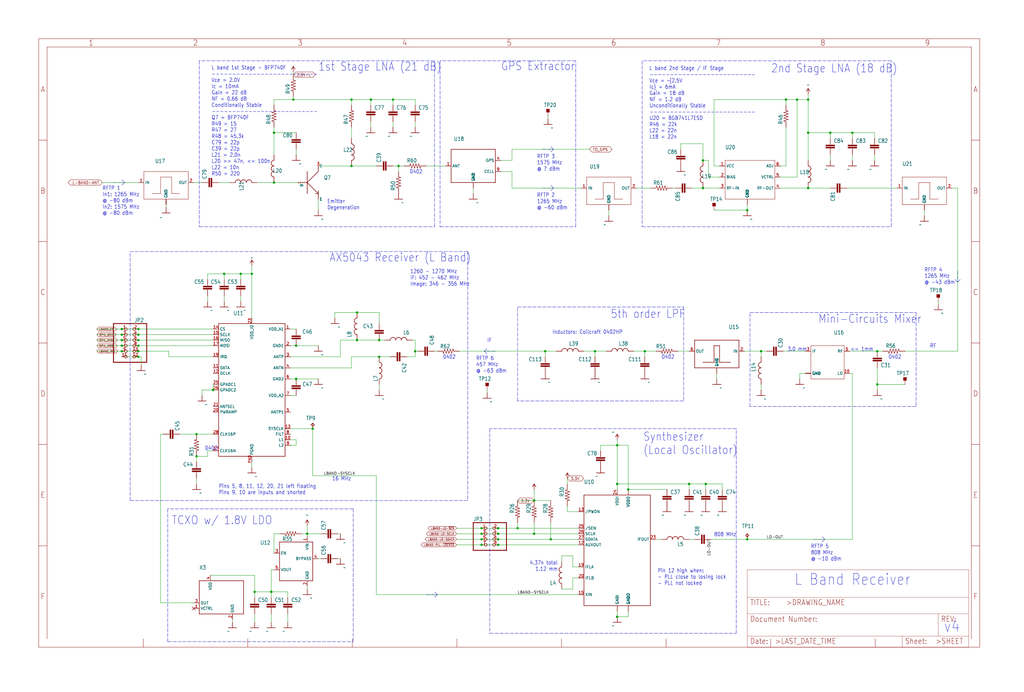
<source format=kicad_sch>
(kicad_sch (version 20211123) (generator eeschema)
  (paper "User" 469.9 317.906)
  (junction (at 115.57 125.73))
  (junction (at 173.99 163.83))
  (junction (at 55.88 156.21))
  (junction (at 163.83 143.51))
  (junction (at 252.73 247.65))
  (junction (at 190.5 161.29))
  (junction (at 102.87 125.73))
  (junction (at 295.91 161.29))
  (junction (at 63.5 156.21))
  (junction (at 161.29 76.2))
  (junction (at 97.79 179.07))
  (junction (at 391.16 60.96))
  (junction (at 135.89 173.99))
  (junction (at 63.5 151.13))
  (junction (at 402.59 176.53))
  (junction (at 125.73 60.96))
  (junction (at 220.98 247.65))
  (junction (at 322.58 73.66))
  (junction (at 245.11 229.87))
  (junction (at 237.49 242.57))
  (junction (at 365.76 45.72))
  (junction (at 402.59 161.29))
  (junction (at 143.51 196.85))
  (junction (at 55.88 151.13))
  (junction (at 161.29 45.72))
  (junction (at 323.85 222.25))
  (junction (at 283.21 283.21))
  (junction (at 63.5 163.83))
  (junction (at 228.6 242.57))
  (junction (at 220.98 242.57))
  (junction (at 349.25 161.29))
  (junction (at 288.29 224.79))
  (junction (at 63.5 153.67))
  (junction (at 116.84 271.78))
  (junction (at 370.84 86.36))
  (junction (at 125.73 83.82))
  (junction (at 135.89 158.75))
  (junction (at 55.88 161.29))
  (junction (at 55.88 158.75))
  (junction (at 283.21 222.25))
  (junction (at 90.17 199.39))
  (junction (at 228.6 247.65))
  (junction (at 370.84 45.72))
  (junction (at 55.88 153.67))
  (junction (at 342.9 247.65))
  (junction (at 220.98 250.19))
  (junction (at 63.5 158.75))
  (junction (at 316.23 222.25))
  (junction (at 381 60.96))
  (junction (at 140.97 245.11))
  (junction (at 110.49 125.73))
  (junction (at 273.05 161.29))
  (junction (at 180.34 45.72))
  (junction (at 245.11 245.11))
  (junction (at 124.46 271.78))
  (junction (at 182.88 76.2))
  (junction (at 370.84 60.96))
  (junction (at 342.9 96.52))
  (junction (at 228.6 245.11))
  (junction (at 283.21 204.47))
  (junction (at 322.58 86.36))
  (junction (at 360.68 45.72))
  (junction (at 250.19 161.29))
  (junction (at 134.62 45.72))
  (junction (at 90.17 209.55))
  (junction (at 220.98 245.11))
  (junction (at 173.99 156.21))
  (junction (at 170.18 45.72))
  (junction (at 163.83 156.21))
  (junction (at 63.5 161.29))
  (junction (at 228.6 250.19))
  (polyline (pts (xy 313.69 184.15) (xy 237.49 184.15)))
  (wire (pts (xy 186.69 163.83) (xy 190.5 163.83)))
  (wire (pts (xy 262.89 255.27) (xy 262.89 260.35)))
  (wire (pts (xy 76.2 95.25) (xy 76.2 93.98)))
  (wire (pts (xy 323.85 222.25) (xy 331.47 222.25)))
  (wire (pts (xy 273.05 163.83) (xy 273.05 161.29)))
  (wire (pts (xy 73.66 199.39) (xy 74.93 199.39)))
  (wire (pts (xy 97.79 207.01) (xy 95.25 207.01)))
  (wire (pts (xy 55.88 153.67) (xy 44.45 153.67)))
  (wire (pts (xy 185.42 76.2) (xy 182.88 76.2)))
  (wire (pts (xy 110.49 125.73) (xy 102.87 125.73)))
  (wire (pts (xy 63.5 161.29) (xy 55.88 161.29)))
  (wire (pts (xy 97.79 151.13) (xy 63.5 151.13)))
  (polyline (pts (xy 337.82 290.83) (xy 337.82 196.85)))
  (wire (pts (xy 360.68 45.72) (xy 360.68 48.26)))
  (polyline (pts (xy 224.79 196.85) (xy 224.79 290.83)))
  (polyline (pts (xy 224.79 290.83) (xy 337.82 290.83)))
  (wire (pts (xy 140.97 246.38) (xy 140.97 245.11)))
  (polyline (pts (xy 294.64 27.94) (xy 294.64 104.14)))
  (wire (pts (xy 135.89 158.75) (xy 133.35 158.75)))
  (wire (pts (xy 316.23 161.29) (xy 311.15 161.29)))
  (polyline (pts (xy 337.82 196.85) (xy 224.79 196.85)))
  (wire (pts (xy 179.07 163.83) (xy 173.99 163.83)))
  (wire (pts (xy 156.21 163.83) (xy 156.21 156.21)))
  (wire (pts (xy 134.62 45.72) (xy 161.29 45.72)))
  (wire (pts (xy 288.29 283.21) (xy 283.21 283.21)))
  (wire (pts (xy 251.46 54.61) (xy 251.46 53.34)))
  (wire (pts (xy 323.85 224.79) (xy 323.85 222.25)))
  (wire (pts (xy 252.73 240.03) (xy 252.73 247.65)))
  (wire (pts (xy 180.34 45.72) (xy 190.5 45.72)))
  (wire (pts (xy 439.42 161.29) (xy 415.29 161.29)))
  (wire (pts (xy 275.59 204.47) (xy 283.21 204.47)))
  (wire (pts (xy 63.5 153.67) (xy 55.88 153.67)))
  (polyline (pts (xy 227.33 161.29) (xy 222.25 161.29)))
  (wire (pts (xy 401.32 63.5) (xy 401.32 60.96)))
  (wire (pts (xy 389.89 171.45) (xy 391.16 171.45)))
  (wire (pts (xy 97.79 153.67) (xy 63.5 153.67)))
  (polyline (pts (xy 59.69 115.57) (xy 214.63 115.57)))
  (wire (pts (xy 255.27 161.29) (xy 250.19 161.29)))
  (wire (pts (xy 116.84 285.75) (xy 116.84 281.94)))
  (polyline (pts (xy 408.94 104.14) (xy 408.94 27.94)))
  (wire (pts (xy 134.62 44.45) (xy 134.62 45.72)))
  (wire (pts (xy 402.59 161.29) (xy 389.89 161.29)))
  (polyline (pts (xy 222.25 161.29) (xy 223.52 162.56)))
  (wire (pts (xy 182.88 76.2) (xy 180.34 76.2)))
  (wire (pts (xy 228.6 242.57) (xy 220.98 242.57)))
  (wire (pts (xy 381 63.5) (xy 381 60.96)))
  (wire (pts (xy 64.77 163.83) (xy 64.77 167.64)))
  (wire (pts (xy 402.59 179.07) (xy 402.59 176.53)))
  (wire (pts (xy 116.84 271.78) (xy 124.46 271.78)))
  (wire (pts (xy 262.89 260.35) (xy 265.43 260.35)))
  (wire (pts (xy 138.43 245.11) (xy 140.97 245.11)))
  (polyline (pts (xy 254 68.58) (xy 252.73 67.31)))
  (wire (pts (xy 273.05 161.29) (xy 267.97 161.29)))
  (polyline (pts (xy 76.962 233.68) (xy 76.962 294.64)))
  (wire (pts (xy 391.16 247.65) (xy 342.9 247.65)))
  (wire (pts (xy 63.5 156.21) (xy 55.88 156.21)))
  (wire (pts (xy 170.18 45.72) (xy 161.29 45.72)))
  (wire (pts (xy 252.73 247.65) (xy 228.6 247.65)))
  (wire (pts (xy 135.89 60.96) (xy 125.73 60.96)))
  (wire (pts (xy 349.25 161.29) (xy 341.63 161.29)))
  (wire (pts (xy 217.17 88.9) (xy 217.17 86.36)))
  (wire (pts (xy 260.35 234.95) (xy 265.43 234.95)))
  (wire (pts (xy 257.81 257.81) (xy 257.81 255.27)))
  (polyline (pts (xy 248.92 86.36) (xy 254 86.36)))
  (wire (pts (xy 63.5 163.83) (xy 64.77 163.83)))
  (wire (pts (xy 220.98 245.11) (xy 228.6 245.11)))
  (wire (pts (xy 156.21 156.21) (xy 163.83 156.21)))
  (polyline (pts (xy 222.25 161.29) (xy 223.52 160.02)))
  (wire (pts (xy 322.58 86.36) (xy 330.2 86.36)))
  (wire (pts (xy 146.05 173.99) (xy 135.89 173.99)))
  (wire (pts (xy 223.52 180.34) (xy 223.52 179.07)))
  (polyline (pts (xy 344.17 186.69) (xy 344.17 143.51)))
  (wire (pts (xy 360.68 76.2) (xy 358.14 76.2)))
  (polyline (pts (xy 162.052 294.64) (xy 162.052 233.68)))
  (polyline (pts (xy 200.66 273.05) (xy 199.39 271.78)))
  (wire (pts (xy 124.46 274.32) (xy 124.46 271.78)))
  (wire (pts (xy 173.99 143.51) (xy 163.83 143.51)))
  (wire (pts (xy 97.79 176.53) (xy 97.79 179.07)))
  (wire (pts (xy 331.47 224.79) (xy 331.47 222.25)))
  (wire (pts (xy 146.05 76.2) (xy 161.29 76.2)))
  (wire (pts (xy 365.76 45.72) (xy 360.68 45.72)))
  (wire (pts (xy 283.21 204.47) (xy 283.21 222.25)))
  (wire (pts (xy 77.47 161.29) (xy 63.5 161.29)))
  (wire (pts (xy 173.99 148.59) (xy 173.99 143.51)))
  (wire (pts (xy 190.5 156.21) (xy 189.23 156.21)))
  (wire (pts (xy 163.83 143.51) (xy 153.67 143.51)))
  (wire (pts (xy 327.66 45.72) (xy 360.68 45.72)))
  (wire (pts (xy 245.11 240.03) (xy 245.11 245.11)))
  (wire (pts (xy 90.17 222.25) (xy 90.17 219.71)))
  (wire (pts (xy 283.21 222.25) (xy 283.21 224.79)))
  (polyline (pts (xy 254 68.58) (xy 252.73 69.85)))
  (wire (pts (xy 90.17 199.39) (xy 82.55 199.39)))
  (wire (pts (xy 97.79 163.83) (xy 77.47 163.83)))
  (wire (pts (xy 288.29 280.67) (xy 288.29 283.21)))
  (wire (pts (xy 237.49 229.87) (xy 245.11 229.87)))
  (wire (pts (xy 102.87 125.73) (xy 95.25 125.73)))
  (wire (pts (xy 234.95 86.36) (xy 234.95 78.74)))
  (wire (pts (xy 124.46 285.75) (xy 124.46 281.94)))
  (wire (pts (xy 220.98 242.57) (xy 209.55 242.57)))
  (wire (pts (xy 73.66 276.86) (xy 73.66 199.39)))
  (polyline (pts (xy 91.44 27.94) (xy 91.44 104.14)))
  (wire (pts (xy 234.95 73.66) (xy 234.95 68.58)))
  (wire (pts (xy 63.5 151.13) (xy 55.88 151.13)))
  (polyline (pts (xy 201.93 27.94) (xy 201.93 104.14)))
  (wire (pts (xy 283.21 201.93) (xy 283.21 204.47)))
  (wire (pts (xy 326.39 247.65) (xy 342.9 247.65)))
  (wire (pts (xy 180.34 55.88) (xy 180.34 58.42)))
  (wire (pts (xy 106.68 285.75) (xy 106.68 284.48)))
  (wire (pts (xy 358.14 86.36) (xy 370.84 86.36)))
  (polyline (pts (xy 420.37 186.69) (xy 344.17 186.69)))
  (wire (pts (xy 316.23 222.25) (xy 283.21 222.25)))
  (wire (pts (xy 161.29 76.2) (xy 172.72 76.2)))
  (wire (pts (xy 110.49 138.43) (xy 110.49 135.89)))
  (wire (pts (xy 161.29 163.83) (xy 161.29 168.91)))
  (wire (pts (xy 173.99 156.21) (xy 163.83 156.21)))
  (wire (pts (xy 190.5 163.83) (xy 190.5 161.29)))
  (wire (pts (xy 170.18 48.26) (xy 170.18 45.72)))
  (wire (pts (xy 140.97 245.11) (xy 140.97 241.3)))
  (wire (pts (xy 135.89 201.93) (xy 135.89 204.47)))
  (wire (pts (xy 317.5 86.36) (xy 322.58 86.36)))
  (wire (pts (xy 391.16 60.96) (xy 401.32 60.96)))
  (wire (pts (xy 325.12 81.28) (xy 330.2 81.28)))
  (wire (pts (xy 97.79 158.75) (xy 63.5 158.75)))
  (wire (pts (xy 132.08 271.78) (xy 132.08 274.32)))
  (wire (pts (xy 97.79 179.07) (xy 92.71 179.07)))
  (wire (pts (xy 250.19 161.29) (xy 210.82 161.29)))
  (wire (pts (xy 135.89 204.47) (xy 133.35 204.47)))
  (wire (pts (xy 424.18 99.06) (xy 424.18 96.52)))
  (wire (pts (xy 135.89 173.99) (xy 133.35 173.99)))
  (wire (pts (xy 90.17 212.09) (xy 90.17 209.55)))
  (polyline (pts (xy 91.44 104.14) (xy 199.39 104.14)))
  (wire (pts (xy 143.51 196.85) (xy 143.51 218.44)))
  (polyline (pts (xy 264.16 27.94) (xy 201.93 27.94)))
  (wire (pts (xy 370.84 45.72) (xy 370.84 43.18)))
  (wire (pts (xy 140.97 270.51) (xy 140.97 269.24)))
  (wire (pts (xy 342.9 96.52) (xy 327.66 96.52)))
  (wire (pts (xy 266.7 86.36) (xy 234.95 86.36)))
  (wire (pts (xy 265.43 242.57) (xy 237.49 242.57)))
  (wire (pts (xy 312.42 66.04) (xy 322.58 66.04)))
  (wire (pts (xy 278.13 161.29) (xy 273.05 161.29)))
  (wire (pts (xy 200.66 161.29) (xy 199.39 161.29)))
  (wire (pts (xy 102.87 138.43) (xy 102.87 135.89)))
  (wire (pts (xy 182.88 78.74) (xy 182.88 76.2)))
  (wire (pts (xy 322.58 66.04) (xy 322.58 73.66)))
  (wire (pts (xy 102.87 128.27) (xy 102.87 125.73)))
  (wire (pts (xy 125.73 48.26) (xy 125.73 45.72)))
  (wire (pts (xy 125.73 245.11) (xy 125.73 254)))
  (wire (pts (xy 115.57 121.92) (xy 115.57 125.73)))
  (wire (pts (xy 275.59 207.01) (xy 275.59 204.47)))
  (wire (pts (xy 257.81 270.51) (xy 262.89 270.51)))
  (wire (pts (xy 360.68 58.42) (xy 360.68 76.2)))
  (wire (pts (xy 110.49 128.27) (xy 110.49 125.73)))
  (wire (pts (xy 283.21 283.21) (xy 283.21 280.67)))
  (wire (pts (xy 358.14 81.28) (xy 365.76 81.28)))
  (wire (pts (xy 369.57 171.45) (xy 367.03 171.45)))
  (wire (pts (xy 140.97 245.11) (xy 147.32 245.11)))
  (wire (pts (xy 439.42 86.36) (xy 439.42 161.29)))
  (wire (pts (xy 170.18 45.72) (xy 180.34 45.72)))
  (wire (pts (xy 134.62 33.02) (xy 134.62 34.29)))
  (wire (pts (xy 262.89 270.51) (xy 262.89 265.43)))
  (wire (pts (xy 180.34 48.26) (xy 180.34 45.72)))
  (wire (pts (xy 190.5 161.29) (xy 190.5 156.21)))
  (wire (pts (xy 88.9 83.82) (xy 92.71 83.82)))
  (wire (pts (xy 290.83 161.29) (xy 295.91 161.29)))
  (wire (pts (xy 381 86.36) (xy 370.84 86.36)))
  (polyline (pts (xy 378.46 247.65) (xy 377.19 248.92)))
  (wire (pts (xy 153.67 143.51) (xy 153.67 146.05)))
  (wire (pts (xy 95.25 207.01) (xy 95.25 209.55)))
  (wire (pts (xy 97.79 199.39) (xy 90.17 199.39)))
  (wire (pts (xy 46.99 83.82) (xy 63.5 83.82)))
  (wire (pts (xy 92.71 179.07) (xy 92.71 181.61)))
  (wire (pts (xy 170.18 55.88) (xy 170.18 58.42)))
  (wire (pts (xy 381 60.96) (xy 391.16 60.96)))
  (wire (pts (xy 370.84 60.96) (xy 370.84 73.66)))
  (wire (pts (xy 402.59 176.53) (xy 402.59 168.91)))
  (wire (pts (xy 298.45 86.36) (xy 292.1 86.36)))
  (wire (pts (xy 325.12 73.66) (xy 325.12 81.28)))
  (wire (pts (xy 322.58 73.66) (xy 325.12 73.66)))
  (wire (pts (xy 161.29 45.72) (xy 161.29 48.26)))
  (wire (pts (xy 95.25 138.43) (xy 95.25 135.89)))
  (wire (pts (xy 116.84 274.32) (xy 116.84 271.78)))
  (wire (pts (xy 133.35 201.93) (xy 135.89 201.93)))
  (wire (pts (xy 265.43 247.65) (xy 252.73 247.65)))
  (polyline (pts (xy 408.94 27.94) (xy 294.64 27.94)))
  (wire (pts (xy 436.88 86.36) (xy 439.42 86.36)))
  (wire (pts (xy 300.99 161.29) (xy 295.91 161.29)))
  (polyline (pts (xy 199.39 104.14) (xy 199.39 27.94)))
  (polyline (pts (xy 57.15 83.82) (xy 55.88 82.55)))
  (wire (pts (xy 146.05 158.75) (xy 135.89 158.75)))
  (wire (pts (xy 283.21 204.47) (xy 288.29 204.47)))
  (wire (pts (xy 265.43 250.19) (xy 228.6 250.19)))
  (wire (pts (xy 349.25 163.83) (xy 349.25 161.29)))
  (wire (pts (xy 190.5 48.26) (xy 190.5 45.72)))
  (wire (pts (xy 125.73 45.72) (xy 134.62 45.72)))
  (wire (pts (xy 110.49 125.73) (xy 115.57 125.73)))
  (polyline (pts (xy 344.17 143.51) (xy 420.37 143.51)))
  (wire (pts (xy 288.29 224.79) (xy 288.29 204.47)))
  (wire (pts (xy 260.35 232.41) (xy 260.35 234.95)))
  (polyline (pts (xy 439.42 129.54) (xy 440.69 128.27)))
  (wire (pts (xy 262.89 265.43) (xy 265.43 265.43)))
  (wire (pts (xy 367.03 171.45) (xy 367.03 173.99)))
  (polyline (pts (xy 378.46 247.65) (xy 377.19 246.38)))
  (wire (pts (xy 229.87 73.66) (xy 234.95 73.66)))
  (wire (pts (xy 190.5 55.88) (xy 190.5 58.42)))
  (wire (pts (xy 342.9 96.52) (xy 342.9 93.98)))
  (wire (pts (xy 176.53 156.21) (xy 173.99 156.21)))
  (wire (pts (xy 125.73 261.62) (xy 124.46 261.62)))
  (polyline (pts (xy 237.49 184.15) (xy 237.49 140.97)))
  (wire (pts (xy 125.73 60.96) (xy 125.73 71.12)))
  (wire (pts (xy 234.95 78.74) (xy 229.87 78.74)))
  (wire (pts (xy 250.19 163.83) (xy 250.19 161.29)))
  (wire (pts (xy 125.73 58.42) (xy 125.73 60.96)))
  (wire (pts (xy 135.89 68.58) (xy 135.89 71.12)))
  (wire (pts (xy 312.42 68.58) (xy 312.42 66.04)))
  (wire (pts (xy 370.84 45.72) (xy 370.84 60.96)))
  (wire (pts (xy 135.89 151.13) (xy 133.35 151.13)))
  (wire (pts (xy 97.79 156.21) (xy 63.5 156.21)))
  (wire (pts (xy 381 60.96) (xy 370.84 60.96)))
  (polyline (pts (xy 373.38 247.65) (xy 378.46 247.65)))
  (wire (pts (xy 128.27 245.11) (xy 125.73 245.11)))
  (wire (pts (xy 146.05 96.52) (xy 146.05 91.44)))
  (wire (pts (xy 143.51 218.44) (xy 172.72 218.44)))
  (polyline (pts (xy 439.42 129.54) (xy 438.15 128.27)))
  (wire (pts (xy 391.16 63.5) (xy 391.16 60.96)))
  (wire (pts (xy 100.33 83.82) (xy 105.41 83.82)))
  (wire (pts (xy 55.88 158.75) (xy 44.45 158.75)))
  (wire (pts (xy 95.25 209.55) (xy 90.17 209.55)))
  (wire (pts (xy 191.77 161.29) (xy 190.5 161.29)))
  (wire (pts (xy 309.88 86.36) (xy 308.61 86.36)))
  (wire (pts (xy 415.29 176.53) (xy 402.59 176.53)))
  (wire (pts (xy 237.49 242.57) (xy 228.6 242.57)))
  (polyline (pts (xy 264.16 104.14) (xy 264.16 27.94)))
  (wire (pts (xy 63.5 158.75) (xy 55.88 158.75)))
  (wire (pts (xy 237.49 240.03) (xy 237.49 242.57)))
  (wire (pts (xy 288.29 224.79) (xy 306.07 224.79)))
  (wire (pts (xy 156.21 245.11) (xy 154.94 245.11)))
  (wire (pts (xy 96.52 264.16) (xy 116.84 264.16)))
  (wire (pts (xy 63.5 163.83) (xy 55.88 163.83)))
  (wire (pts (xy 388.62 86.36) (xy 411.48 86.36)))
  (wire (pts (xy 323.85 222.25) (xy 316.23 222.25)))
  (polyline (pts (xy 439.42 124.46) (xy 439.42 129.54)))
  (wire (pts (xy 77.47 163.83) (xy 77.47 161.29)))
  (polyline (pts (xy 201.93 104.14) (xy 264.16 104.14)))
  (wire (pts (xy 133.35 196.85) (xy 143.51 196.85)))
  (wire (pts (xy 55.88 161.29) (xy 44.45 161.29)))
  (wire (pts (xy 328.93 173.99) (xy 328.93 171.45)))
  (polyline (pts (xy 57.15 83.82) (xy 55.88 85.09)))
  (wire (pts (xy 370.84 45.72) (xy 365.76 45.72)))
  (wire (pts (xy 381 73.66) (xy 381 71.12)))
  (polyline (pts (xy 200.66 273.05) (xy 199.39 274.32)))
  (polyline (pts (xy 420.37 143.51) (xy 420.37 186.69)))
  (wire (pts (xy 124.46 261.62) (xy 124.46 271.78)))
  (wire (pts (xy 349.25 179.07) (xy 349.25 176.53)))
  (wire (pts (xy 430.53 139.7) (xy 430.53 138.43)))
  (wire (pts (xy 295.91 163.83) (xy 295.91 161.29)))
  (wire (pts (xy 124.46 271.78) (xy 132.08 271.78)))
  (wire (pts (xy 279.4 99.06) (xy 279.4 96.52)))
  (polyline (pts (xy 195.58 273.05) (xy 200.66 273.05)))
  (wire (pts (xy 135.89 181.61) (xy 133.35 181.61)))
  (wire (pts (xy 245.11 245.11) (xy 228.6 245.11)))
  (wire (pts (xy 327.66 76.2) (xy 327.66 45.72)))
  (polyline (pts (xy 59.69 229.87) (xy 59.69 115.57)))
  (wire (pts (xy 257.81 255.27) (xy 262.89 255.27)))
  (wire (pts (xy 173.99 179.07) (xy 173.99 176.53)))
  (wire (pts (xy 156.21 256.54) (xy 154.94 256.54)))
  (wire (pts (xy 234.95 68.58) (xy 270.51 68.58)))
  (wire (pts (xy 115.57 214.63) (xy 115.57 212.09)))
  (wire (pts (xy 161.29 168.91) (xy 133.35 168.91)))
  (polyline (pts (xy 294.64 104.14) (xy 408.94 104.14)))
  (wire (pts (xy 55.88 151.13) (xy 44.45 151.13)))
  (polyline (pts (xy 214.63 115.57) (xy 214.63 229.87)))
  (wire (pts (xy 316.23 247.65) (xy 318.77 247.65)))
  (wire (pts (xy 330.2 76.2) (xy 327.66 76.2)))
  (wire (pts (xy 220.98 247.65) (xy 209.55 247.65)))
  (wire (pts (xy 172.72 273.05) (xy 265.43 273.05)))
  (wire (pts (xy 245.11 229.87) (xy 245.11 224.79)))
  (polyline (pts (xy 52.07 83.82) (xy 57.15 83.82)))
  (wire (pts (xy 351.79 161.29) (xy 349.25 161.29)))
  (wire (pts (xy 195.58 76.2) (xy 204.47 76.2)))
  (polyline (pts (xy 199.39 27.94) (xy 91.44 27.94)))
  (wire (pts (xy 369.57 161.29) (xy 359.41 161.29)))
  (polyline (pts (xy 248.92 68.58) (xy 254 68.58)))
  (wire (pts (xy 252.73 229.87) (xy 245.11 229.87)))
  (wire (pts (xy 172.72 218.44) (xy 172.72 273.05)))
  (wire (pts (xy 391.16 171.45) (xy 391.16 247.65)))
  (wire (pts (xy 118.11 83.82) (xy 125.73 83.82)))
  (wire (pts (xy 300.99 247.65) (xy 303.53 247.65)))
  (wire (pts (xy 146.05 256.54) (xy 147.32 256.54)))
  (wire (pts (xy 260.35 219.71) (xy 260.35 222.25)))
  (wire (pts (xy 173.99 163.83) (xy 161.29 163.83)))
  (wire (pts (xy 133.35 163.83) (xy 156.21 163.83)))
  (wire (pts (xy 209.55 245.11) (xy 220.98 245.11)))
  (wire (pts (xy 88.9 276.86) (xy 73.66 276.86)))
  (polyline (pts (xy 162.052 233.68) (xy 76.962 233.68)))
  (wire (pts (xy 316.23 224.79) (xy 316.23 222.25)))
  (polyline (pts (xy 76.962 294.64) (xy 162.052 294.64)))
  (wire (pts (xy 220.98 247.65) (xy 228.6 247.65)))
  (wire (pts (xy 220.98 250.19) (xy 209.55 250.19)))
  (wire (pts (xy 365.76 81.28) (xy 365.76 45.72)))
  (wire (pts (xy 132.08 285.75) (xy 132.08 281.94)))
  (polyline (pts (xy 254 86.36) (xy 252.73 85.09)))
  (polyline (pts (xy 254 86.36) (xy 252.73 87.63)))
  (wire (pts (xy 161.29 58.42) (xy 161.29 63.5)))
  (wire (pts (xy 401.32 73.66) (xy 401.32 71.12)))
  (wire (pts (xy 220.98 250.19) (xy 228.6 250.19)))
  (wire (pts (xy 116.84 264.16) (xy 116.84 271.78)))
  (polyline (pts (xy 313.69 140.97) (xy 313.69 184.15)))
  (wire (pts (xy 265.43 245.11) (xy 245.11 245.11)))
  (polyline (pts (xy 237.49 140.97) (xy 313.69 140.97)))
  (wire (pts (xy 405.13 161.29) (xy 402.59 161.29)))
  (wire (pts (xy 95.25 125.73) (xy 95.25 128.27)))
  (wire (pts (xy 391.16 73.66) (xy 391.16 71.12)))
  (polyline (pts (xy 214.63 229.87) (xy 59.69 229.87)))
  (wire (pts (xy 125.73 83.82) (xy 138.43 83.82)))
  (wire (pts (xy 115.57 125.73) (xy 115.57 146.05)))
  (wire (pts (xy 55.88 156.21) (xy 44.45 156.21)))
  (text "1st Stage LNA (21 dB)" (at 146.05 33.02 180) (effects (font (size 3.81 3.2385)) (justify left bottom)))
  (text "0402" (at 187.96 80.01 180) (effects (font (size 1.778 1.5113)) (justify left bottom)))
  (text "5th order LPF" (at 280.162 146.558 180) (effects (font (size 3.81 3.2385)) (justify left bottom)))
  (text "L band 1st Stage - BFP740F\n--------------------------\nVce = 2.0V\nIc = 10mA\nGain = 22 dB\nNF = 0.66 dB\nConditionally Stable\n--------------------------\nQ7 = BFP740F\nR49 = 15\nR47 = 27\nR48 = 45.3k\nC79 = 22p\nC39 = 22p\nL21 = 2.0n\nL20 >= 47n, <= 100n\nL22 = 10n\nR50 = 220" (at 97.028 30.226 180) (effects (font (size 1.778 1.5113)) (justify left top)))
  (text "RFTP 3\n1575 MHz\n@ ? dBm" (at 246.38 78.74 180) (effects (font (size 1.778 1.5113)) (justify left bottom)))
  (text "RFTP 2\n1265 MHz\n@ -60 dBm" (at 246.38 96.52 180) (effects (font (size 1.778 1.5113)) (justify left bottom)))
  (text "GPS Extractor" (at 229.87 32.766 180) (effects (font (size 3.81 3.2385)) (justify left bottom)))
  (text "0402" (at 303.53 165.1 180) (effects (font (size 1.778 1.5113)) (justify left bottom)))
  (text "RF" (at 426.72 160.02 180) (effects (font (size 1.778 1.5113)) (justify left bottom)))
  (text "0402" (at 93.98 207.01 180) (effects (font (size 1.778 1.5113)) (justify left bottom)))
  (text "0402" (at 203.2 165.1 180) (effects (font (size 1.778 1.5113)) (justify left bottom)))
  (text "1260 - 1270 MHz\nIF: 452 - 462 MHz\nImage: 346 - 356 MHz" (at 188.214 131.572 180) (effects (font (size 1.778 1.5113)) (justify left bottom)))
  (text "4.37n total\n1.12 mm" (at 256.032 257.556 180) (effects (font (size 1.778 1.5113)) (justify right top)))
  (text "RFTP 5\n808 MHz\n@ -10 dBm" (at 372.11 257.81 180) (effects (font (size 1.778 1.5113)) (justify left bottom)))
  (text "Inductors: Coilcraft 0402HP" (at 285.75 153.67 180) (effects (font (size 1.778 1.5113)) (justify right bottom)))
  (text "0402" (at 407.67 165.1 180) (effects (font (size 1.778 1.5113)) (justify left bottom)))
  (text "L band 2nd Stage / IF Stage\n--------------------------\nVce = ~{2.5V\nIc} = 6mA\nGain = 18 dB\nNF = 1.2 dB\nUnconditionally Stable\n--------------------------\nU20 = BGB741L7ESD\nR46 = 22k\nL22 = 22n\nL18 = 22n" (at 297.942 30.48 180) (effects (font (size 1.778 1.5113)) (justify left top)))
  (text "Pin 12 high when:\n- PLL close to losing lock\n- PLL not locked" (at 301.752 268.986 180) (effects (font (size 1.778 1.5113)) (justify left bottom)))
  (text "RFTP 6\n457 MHz\n@ -63 dBm" (at 218.44 171.45 180) (effects (font (size 1.778 1.5113)) (justify left bottom)))
  (text "3.0 mm" (at 370.332 161.544 180) (effects (font (size 1.778 1.5113)) (justify right bottom)))
  (text "16 MHz" (at 152.4 220.98 180) (effects (font (size 1.778 1.5113)) (justify left bottom)))
  (text "808 MHz" (at 327.66 246.634 180) (effects (font (size 1.778 1.5113)) (justify left bottom)))
  (text "L Band Receiver" (at 364.49 269.24 180) (effects (font (size 5.08 4.318)) (justify left bottom)))
  (text "RFTP 4\n1265 MHz\n@ -43 dBm" (at 424.18 130.81 180) (effects (font (size 1.778 1.5113)) (justify left bottom)))
  (text "Emitter\nDegeneration" (at 150.114 96.52 180) (effects (font (size 1.778 1.5113)) (justify left bottom)))
  (text "Pins 5, 8, 11, 12, 20, 21 left floating\nPins 9, 10 are inputs and shorted" (at 100.33 227.33 180) (effects (font (size 1.778 1.5113)) (justify left bottom)))
  (text "Mini-Circuits Mixer" (at 375.412 148.844 180) (effects (font (size 3.81 3.2385)) (justify left bottom)))
  (text "Synthesizer\n(Local Oscillator)" (at 295.148 209.042 180) (effects (font (size 3.81 3.2385)) (justify left bottom)))
  (text "TCXO w/ 1.8V LDO" (at 78.74 241.3 180) (effects (font (size 3.81 3.2385)) (justify left bottom)))
  (text "IF" (at 223.52 157.48 180) (effects (font (size 1.778 1.5113)) (justify left bottom)))
  (text "v4" (at 433.07 290.83 180) (effects (font (size 5.08 4.318)) (justify left bottom)))
  (text "2nd Stage LNA (18 dB)" (at 353.822 33.782 180) (effects (font (size 3.81 3.2385)) (justify left bottom)))
  (text "AX5043 Receiver (L Band)" (at 151.13 120.65 180) (effects (font (size 3.81 3.2385)) (justify left bottom)))
  (text "<= 1mm" (at 400.812 161.544 180) (effects (font (size 1.778 1.5113)) (justify right bottom)))
  (text "RFTP 1\nIn1: 1265 MHz\n@ -80 dBm\nIn2: 1575 MHz\n@ -80 dBm" (at 46.99 99.06 180) (effects (font (size 1.778 1.5113)) (justify left bottom)))
  (label "LBAND-SYSCLK" (at 148.59 218.44 0) (effects (font (size 1.2446 1.2446))))
  (label "LBAND-SYSCLK" (at 237.49 273.05 0) (effects (font (size 1.2446 1.2446))))
  (label "LO-OUT" (at 351.79 247.65 0) (effects (font (size 1.2446 1.2446))))
  (label "LO-OUT" (at 326.39 247.65 270) (effects (font (size 1.2446 1.2446))))
  (global_label "SPI1_MOSI" (shape bidirectional) (at 44.45 158.75 0) (effects (font (size 0.889 0.889))) (property "Intersheet References" "${INTERSHEET_REFS}" (effects hide)))
  (global_label "3.3V" (shape bidirectional) (at 237.49 229.87 0) (effects (font (size 1.2446 1.2446))) (property "Intersheet References" "${INTERSHEET_REFS}" (effects hide)))
  (global_label "LBAND-LO-SDATA" (shape bidirectional) (at 209.55 247.65 180) (effects (font (size 0.889 0.889))) (property "Intersheet References" "${INTERSHEET_REFS}" (effects hide)))
  (global_label "LBAND_IRQ" (shape bidirectional) (at 44.45 161.29 0) (effects (font (size 0.889 0.889))) (property "Intersheet References" "${INTERSHEET_REFS}" (effects hide)))
  (global_label "TO_GPS" (shape bidirectional) (at 270.51 68.58 0) (effects (font (size 1.2446 1.2446))) (property "Intersheet References" "${INTERSHEET_REFS}" (effects hide)))
  (global_label "3.3V" (shape bidirectional) (at 260.35 219.71 0) (effects (font (size 1.2446 1.2446))) (property "Intersheet References" "${INTERSHEET_REFS}" (effects hide)))
  (global_label "LBAND-PLL-~{LOCKED}" (shape bidirectional) (at 209.55 250.19 180) (effects (font (size 0.889 0.889))) (property "Intersheet References" "${INTERSHEET_REFS}" (effects hide)))
  (global_label "SPI1_SCK" (shape bidirectional) (at 44.45 153.67 0) (effects (font (size 0.889 0.889))) (property "Intersheet References" "${INTERSHEET_REFS}" (effects hide)))
  (global_label "L-BAND-ANT" (shape bidirectional) (at 46.99 83.82 180) (effects (font (size 1.2446 1.2446))) (property "Intersheet References" "${INTERSHEET_REFS}" (effects hide)))
  (global_label "LBAND-LO-SCLK" (shape bidirectional) (at 209.55 245.11 180) (effects (font (size 0.889 0.889))) (property "Intersheet References" "${INTERSHEET_REFS}" (effects hide)))
  (global_label "LBAND-LO-~{SEN}" (shape bidirectional) (at 209.55 242.57 180) (effects (font (size 0.889 0.889))) (property "Intersheet References" "${INTERSHEET_REFS}" (effects hide)))
  (global_label "2.5V-L" (shape bidirectional) (at 134.62 34.29 0) (effects (font (size 1.2446 1.2446))) (property "Intersheet References" "${INTERSHEET_REFS}" (effects hide)))
  (global_label "LBAND_CS" (shape bidirectional) (at 44.45 151.13 0) (effects (font (size 0.889 0.889))) (property "Intersheet References" "${INTERSHEET_REFS}" (effects hide)))
  (global_label "SPI1_MISO" (shape bidirectional) (at 44.45 156.21 0) (effects (font (size 0.889 0.889))) (property "Intersheet References" "${INTERSHEET_REFS}" (effects hide)))
  (symbol (lib_id "oresat-c3-eagle-import:GND") (at 106.68 288.29 0) (unit 1)
    (property "Reference" "#GND71" (effects hide))
  )
  (symbol (lib_id "oresat-c3-eagle-import:GND-L") (at 146.05 161.29 0) (mirror y) (unit 1)
    (property "Reference" "#GND84" (effects hide))
  )
  (symbol (lib_id "oresat-c3-eagle-import:GND-L") (at 146.05 99.06 0) (mirror y) (unit 1)
    (property "Reference" "#GND75" (effects hide))
  )
  (symbol (lib_id "oresat-c3-eagle-import:GND-L") (at 328.93 176.53 0) (mirror y) (unit 1)
    (property "Reference" "#GND33" (effects hide))
  )
  (symbol (lib_id "oresat-c3-eagle-import:GND-L") (at 367.03 176.53 0) (mirror y) (unit 1)
    (property "Reference" "#GND45" (effects hide))
  )
  (symbol (lib_id "oresat-c3-eagle-import:GND-L") (at 273.05 173.99 0) (mirror y) (unit 1)
    (property "Reference" "#GND55" (effects hide))
  )
  (symbol (lib_id "oresat-c3-eagle-import:GND-L") (at 170.18 60.96 0) (unit 1)
    (property "Reference" "#GND80" (effects hide))
  )
  (symbol (lib_id "oresat-c3-eagle-import:R-US_0603-C-NOSILK") (at 134.62 39.37 90) (unit 1)
    (property "Reference" "R49" (at 133.1214 43.18 0) (effects (font (size 1.778 1.5113)) (justify left bottom)))
  )
  (symbol (lib_id "oresat-c3-eagle-import:2.5V-L") (at 370.84 40.64 0) (unit 1)
    (property "Reference" "#3V-7" (effects hide))
  )
  (symbol (lib_id "oresat-c3-eagle-import:TEST-POINT_SMD-SMD-10SN") (at 327.66 93.98 0) (unit 1)
    (property "Reference" "TP14" (at 325.755 92.3925 0) (effects (font (size 1.778 1.5113)) (justify left bottom)))
  )
  (symbol (lib_id "oresat-c3-eagle-import:C-EU0402-C-NOSILK") (at 184.15 163.83 270) (unit 1)
    (property "Reference" "C42" (at 184.531 166.624 0) (effects (font (size 1.778 1.5113)) (justify left bottom)))
  )
  (symbol (lib_id "oresat-c3-eagle-import:R-US_0402-C-NOSILK") (at 205.74 161.29 0) (mirror y) (unit 1)
    (property "Reference" "R62" (at 201.93 160.02 0) (effects (font (size 1.778 1.5113)) (justify right bottom)))
  )
  (symbol (lib_id "oresat-c3-eagle-import:GND-L") (at 430.53 142.24 0) (mirror y) (unit 1)
    (property "Reference" "#GND156" (effects hide))
  )
  (symbol (lib_id "oresat-c3-eagle-import:GND-L") (at 217.17 91.44 0) (mirror y) (unit 1)
    (property "Reference" "#GND62" (effects hide))
  )
  (symbol (lib_id "oresat-c3-eagle-import:C-EU0603-C-NOSILK") (at 95.25 130.81 0) (mirror y) (unit 1)
    (property "Reference" "C55" (at 93.726 130.429 0) (effects (font (size 1.778 1.5113)) (justify left bottom)))
  )
  (symbol (lib_id "oresat-c3-eagle-import:C-EU0603-C-NOSILK") (at 391.16 66.04 0) (unit 1)
    (property "Reference" "C83" (at 392.684 65.659 0) (effects (font (size 1.778 1.5113)) (justify left bottom)))
  )
  (symbol (lib_id "oresat-c3-eagle-import:C-EU0603-C-NOSILK") (at 316.23 227.33 0) (unit 1)
    (property "Reference" "C41" (at 317.754 226.949 0) (effects (font (size 1.778 1.5113)) (justify left bottom)))
  )
  (symbol (lib_id "oresat-c3-eagle-import:R-US_0402-C-NOSILK") (at 410.21 161.29 0) (mirror y) (unit 1)
    (property "Reference" "R56" (at 406.4 159.7914 0) (effects (font (size 1.778 1.5113)) (justify right bottom)))
  )
  (symbol (lib_id "oresat-c3-eagle-import:C-EU0402-C-NOSILK") (at 250.19 166.37 0) (mirror y) (unit 1)
    (property "Reference" "C113" (at 248.666 165.989 0) (effects (font (size 1.778 1.5113)) (justify left bottom)))
  )
  (symbol (lib_id "oresat-c3-eagle-import:C-EU0402-C-NOSILK") (at 321.31 247.65 90) (unit 1)
    (property "Reference" "C38" (at 320.929 246.126 0) (effects (font (size 1.778 1.5113)) (justify left bottom)))
  )
  (symbol (lib_id "oresat-c3-eagle-import:C-EU0402-C-NOSILK") (at 273.05 166.37 0) (mirror y) (unit 1)
    (property "Reference" "C112" (at 271.526 165.989 0) (effects (font (size 1.778 1.5113)) (justify left bottom)))
  )
  (symbol (lib_id "oresat-c3-eagle-import:SI4112") (at 283.21 252.73 0) (unit 1)
    (property "Reference" "U10" (at 267.97 222.25 0) (effects (font (size 1.778 1.5113)) (justify left bottom)))
  )
  (symbol (lib_id "oresat-c3-eagle-import:C-EU0603-C-NOSILK") (at 275.59 209.55 0) (mirror y) (unit 1)
    (property "Reference" "C78" (at 274.066 209.169 0) (effects (font (size 1.778 1.5113)) (justify left bottom)))
  )
  (symbol (lib_id "oresat-c3-eagle-import:L-US0603-C-NOSILK") (at 322.58 78.74 90) (unit 1)
    (property "Reference" "L19" (at 326.39 80.01 90) (effects (font (size 1.778 1.5113)) (justify left bottom)))
  )
  (symbol (lib_id "oresat-c3-eagle-import:GND-L") (at 331.47 234.95 0) (unit 1)
    (property "Reference" "#GND123" (effects hide))
  )
  (symbol (lib_id "oresat-c3-eagle-import:GND") (at 64.77 170.18 0) (mirror y) (unit 1)
    (property "Reference" "#GND102" (effects hide))
  )
  (symbol (lib_id "oresat-c3-eagle-import:R-US_0402-C-NOSILK") (at 190.5 76.2 0) (unit 1)
    (property "Reference" "R60" (at 186.69 74.7014 0) (effects (font (size 1.778 1.5113)) (justify left bottom)))
  )
  (symbol (lib_id "oresat-c3-eagle-import:GND-L") (at 323.85 234.95 0) (unit 1)
    (property "Reference" "#GND121" (effects hide))
  )
  (symbol (lib_id "oresat-c3-eagle-import:PINHD-2X4") (at 223.52 247.65 0) (unit 1)
    (property "Reference" "JP3" (at 217.17 239.395 0) (effects (font (size 1.778 1.5113)) (justify left bottom)))
  )
  (symbol (lib_id "oresat-c3-eagle-import:GND-L") (at 316.23 234.95 0) (unit 1)
    (property "Reference" "#GND122" (effects hide))
  )
  (symbol (lib_id "oresat-c3-eagle-import:GND-L") (at 391.16 76.2 0) (unit 1)
    (property "Reference" "#GND116" (effects hide))
  )
  (symbol (lib_id "oresat-c3-eagle-import:R-US_0603-C-NOSILK") (at 360.68 53.34 90) (unit 1)
    (property "Reference" "R46" (at 359.1814 57.15 0) (effects (font (size 1.778 1.5113)) (justify left bottom)))
  )
  (symbol (lib_id "oresat-c3-eagle-import:R-US_0603-C-NOSILK") (at 133.35 245.11 0) (mirror x) (unit 1)
    (property "Reference" "R35" (at 129.54 246.6086 0) (effects (font (size 1.778 1.5113)) (justify left bottom)))
  )
  (symbol (lib_id "oresat-c3-eagle-import:R-US_0603-C-NOSILK") (at 182.88 83.82 90) (unit 1)
    (property "Reference" "R50" (at 181.3814 87.63 0) (effects (font (size 1.778 1.5113)) (justify left bottom)))
  )
  (symbol (lib_id "oresat-c3-eagle-import:C-EU0603-C-NOSILK") (at 135.89 63.5 0) (mirror y) (unit 1)
    (property "Reference" "C80" (at 134.366 63.119 0) (effects (font (size 1.778 1.5113)) (justify left bottom)))
  )
  (symbol (lib_id "oresat-c3-eagle-import:PINHD-2X6") (at 58.42 156.21 0) (unit 1)
    (property "Reference" "JP2" (at 66.04 146.05 0) (effects (font (size 1.778 1.5113)) (justify right top)))
  )
  (symbol (lib_id "oresat-c3-eagle-import:L-US0402-C-NOSILK") (at 181.61 156.21 0) (mirror y) (unit 1)
    (property "Reference" "L6" (at 187.96 153.67 0) (effects (font (size 1.778 1.5113)) (justify left bottom)))
  )
  (symbol (lib_id "oresat-c3-eagle-import:GND-L") (at 295.91 173.99 0) (mirror y) (unit 1)
    (property "Reference" "#GND54" (effects hide))
  )
  (symbol (lib_id "oresat-c3-eagle-import:GND-L") (at 135.89 73.66 0) (mirror y) (unit 1)
    (property "Reference" "#GND109" (effects hide))
  )
  (symbol (lib_id "oresat-c3-eagle-import:C-EU0603-C-NOSILK") (at 170.18 50.8 0) (unit 1)
    (property "Reference" "C77" (at 171.704 50.419 0) (effects (font (size 1.778 1.5113)) (justify left bottom)))
  )
  (symbol (lib_id "oresat-c3-eagle-import:3.3V") (at 115.57 119.38 0) (mirror y) (unit 1)
    (property "Reference" "#P+2" (effects hide))
  )
  (symbol (lib_id "oresat-c3-eagle-import:GND") (at 92.71 184.15 0) (mirror y) (unit 1)
    (property "Reference" "#GND82" (effects hide))
  )
  (symbol (lib_id "oresat-c3-eagle-import:C-EU0603-C-NOSILK") (at 190.5 50.8 0) (unit 1)
    (property "Reference" "C75" (at 192.024 50.419 0) (effects (font (size 1.778 1.5113)) (justify left bottom)))
  )
  (symbol (lib_id "oresat-c3-eagle-import:C-EU0603-C-NOSILK") (at 401.32 66.04 0) (unit 1)
    (property "Reference" "C82" (at 402.844 65.659 0) (effects (font (size 1.778 1.5113)) (justify left bottom)))
  )
  (symbol (lib_id "oresat-c3-eagle-import:GND") (at 124.46 288.29 0) (unit 1)
    (property "Reference" "#GND76" (effects hide))
  )
  (symbol (lib_id "oresat-c3-eagle-import:GND-L") (at 173.99 181.61 0) (mirror y) (unit 1)
    (property "Reference" "#GND68" (effects hide))
  )
  (symbol (lib_id "oresat-c3-eagle-import:GND-L") (at 182.88 91.44 0) (mirror y) (unit 1)
    (property "Reference" "#GND110" (effects hide))
  )
  (symbol (lib_id "oresat-c3-eagle-import:TEST-PAD-SMD-CIRCLE") (at 342.9 245.11 0) (unit 1)
    (property "Reference" "TP11" (at 340.36 242.57 0) (effects (font (size 1.778 1.5113)) (justify left bottom)))
  )
  (symbol (lib_id "oresat-c3-eagle-import:C-EU0402-C-NOSILK") (at 80.01 199.39 270) (mirror x) (unit 1)
    (property "Reference" "C45" (at 80.391 197.866 0) (effects (font (size 1.778 1.5113)) (justify left bottom)))
  )
  (symbol (lib_id "oresat-c3-eagle-import:C-EU0402-C-NOSILK") (at 173.99 151.13 0) (mirror y) (unit 1)
    (property "Reference" "C43" (at 171.196 150.749 0) (effects (font (size 1.778 1.5113)) (justify left bottom)))
  )
  (symbol (lib_id "oresat-c3-eagle-import:GND") (at 116.84 288.29 0) (unit 1)
    (property "Reference" "#GND72" (effects hide))
  )
  (symbol (lib_id "oresat-c3-eagle-import:C-EU0603-C-NOSILK") (at 149.86 256.54 90) (unit 1)
    (property "Reference" "C56" (at 149.479 255.016 0) (effects (font (size 1.778 1.5113)) (justify left bottom)))
  )
  (symbol (lib_id "oresat-c3-eagle-import:L-US0603-C-NOSILK") (at 163.83 148.59 90) (unit 1)
    (property "Reference" "L8" (at 161.29 154.94 0) (effects (font (size 1.778 1.5113)) (justify left bottom)))
  )
  (symbol (lib_id "oresat-c3-eagle-import:L-US0402-C-NOSILK") (at 257.81 262.89 90) (unit 1)
    (property "Reference" "L4" (at 255.27 266.7 90) (effects (font (size 1.778 1.5113)) (justify left bottom)))
  )
  (symbol (lib_id "oresat-c3-eagle-import:L-US0402-C-NOSILK") (at 349.25 171.45 90) (mirror x) (unit 1)
    (property "Reference" "L14" (at 346.71 166.37 0) (effects (font (size 1.778 1.5113)) (justify left bottom)))
  )
  (symbol (lib_id "oresat-c3-eagle-import:TEST-POINT_SMD-SMD-10SN") (at 430.53 135.89 0) (mirror y) (unit 1)
    (property "Reference" "TP18" (at 432.435 134.3025 0) (effects (font (size 1.778 1.5113)) (justify left bottom)))
  )
  (symbol (lib_id "oresat-c3-eagle-import:C-EU0402-C-NOSILK") (at 95.25 83.82 90) (unit 1)
    (property "Reference" "C79" (at 94.869 82.296 0) (effects (font (size 1.778 1.5113)) (justify left bottom)))
  )
  (symbol (lib_id "oresat-c3-eagle-import:GND-L") (at 275.59 217.17 0) (unit 1)
    (property "Reference" "#GND133" (effects hide))
  )
  (symbol (lib_id "oresat-c3-eagle-import:GND") (at 132.08 288.29 0) (unit 1)
    (property "Reference" "#GND77" (effects hide))
  )
  (symbol (lib_id "oresat-c3-eagle-import:R-US_0603-C-NOSILK") (at 237.49 234.95 90) (mirror x) (unit 1)
    (property "Reference" "R26" (at 235.9914 231.14 0) (effects (font (size 1.778 1.5113)) (justify left bottom)))
  )
  (symbol (lib_id "oresat-c3-eagle-import:C-EU0603-C-NOSILK") (at 132.08 276.86 0) (unit 1)
    (property "Reference" "C52" (at 133.604 276.479 0) (effects (font (size 1.778 1.5113)) (justify left bottom)))
  )
  (symbol (lib_id "oresat-c3-eagle-import:GND-L") (at 180.34 60.96 0) (unit 1)
    (property "Reference" "#GND96" (effects hide))
  )
  (symbol (lib_id "oresat-c3-eagle-import:BP0805A1308") (at 279.4 86.36 0) (unit 1)
    (property "Reference" "U19" (at 270.51 77.47 0) (effects (font (size 1.778 1.5113)) (justify left bottom)))
  )
  (symbol (lib_id "oresat-c3-eagle-import:BGB7XXL7ESD") (at 342.9 81.28 0) (unit 1)
    (property "Reference" "U20" (at 332.74 68.58 0) (effects (font (size 1.778 1.5113)) (justify left bottom)))
  )
  (symbol (lib_id "oresat-c3-eagle-import:C-EU0603-C-NOSILK") (at 323.85 227.33 0) (unit 1)
    (property "Reference" "C40" (at 325.374 226.949 0) (effects (font (size 1.778 1.5113)) (justify left bottom)))
  )
  (symbol (lib_id "oresat-c3-eagle-import:GND-L") (at 424.18 101.6 0) (unit 1)
    (property "Reference" "#GND64" (effects hide))
  )
  (symbol (lib_id "oresat-c3-eagle-import:C-EU0402-C-NOSILK") (at 175.26 76.2 90) (unit 1)
    (property "Reference" "C39" (at 174.879 74.676 0) (effects (font (size 1.778 1.5113)) (justify left bottom)))
  )
  (symbol (lib_id "oresat-c3-eagle-import:GND-L") (at 306.07 234.95 0) (unit 1)
    (property "Reference" "#GND115" (effects hide))
  )
  (symbol (lib_id "oresat-c3-eagle-import:R-US_0603-C-NOSILK") (at 260.35 227.33 90) (mirror x) (unit 1)
    (property "Reference" "R30" (at 258.8514 223.52 0) (effects (font (size 1.778 1.5113)) (justify left bottom)))
  )
  (symbol (lib_id "oresat-c3-eagle-import:GND") (at 156.21 247.65 0) (mirror y) (unit 1)
    (property "Reference" "#GND81" (effects hide))
  )
  (symbol (lib_id "oresat-c3-eagle-import:C-EU0402-C-NOSILK") (at 356.87 161.29 270) (mirror x) (unit 1)
    (property "Reference" "C30" (at 357.251 159.766 0) (effects (font (size 1.778 1.5113)) (justify left bottom)))
  )
  (symbol (lib_id "oresat-c3-eagle-import:C-EU0402-C-NOSILK") (at 402.59 166.37 0) (mirror x) (unit 1)
    (property "Reference" "C31" (at 404.114 166.751 0) (effects (font (size 1.778 1.5113)) (justify left bottom)))
  )
  (symbol (lib_id "oresat-c3-eagle-import:R-US_0603-C-NOSILK") (at 125.73 53.34 90) (unit 1)
    (property "Reference" "R48" (at 124.2314 57.15 0) (effects (font (size 1.778 1.5113)) (justify left bottom)))
  )
  (symbol (lib_id "oresat-c3-eagle-import:R-US_0603-C-NOSILK") (at 252.73 234.95 90) (mirror x) (unit 1)
    (property "Reference" "R28" (at 251.2314 231.14 0) (effects (font (size 1.778 1.5113)) (justify left bottom)))
  )
  (symbol (lib_id "oresat-c3-eagle-import:GND-L") (at 381 76.2 0) (unit 1)
    (property "Reference" "#GND114" (effects hide))
  )
  (symbol (lib_id "oresat-c3-eagle-import:GND-L") (at 312.42 78.74 0) (mirror y) (unit 1)
    (property "Reference" "#GND118" (effects hide))
  )
  (symbol (lib_id "oresat-c3-eagle-import:C-EU0402-C-NOSILK") (at 135.89 153.67 0) (unit 1)
    (property "Reference" "C46" (at 138.684 153.289 0) (effects (font (size 1.778 1.5113)) (justify left bottom)))
  )
  (symbol (lib_id "oresat-c3-eagle-import:GND-L") (at 251.46 57.15 0) (mirror y) (unit 1)
    (property "Reference" "#GND127" (effects hide))
  )
  (symbol (lib_id "oresat-c3-eagle-import:C-EU0603-C-NOSILK") (at 110.49 130.81 0) (mirror y) (unit 1)
    (property "Reference" "C53" (at 108.966 130.429 0) (effects (font (size 1.778 1.5113)) (justify left bottom)))
  )
  (symbol (lib_id "oresat-c3-eagle-import:TEST-PAD-SMD-CIRCLE") (at 143.51 194.31 0) (mirror y) (unit 1)
    (property "Reference" "TP9" (at 144.78 193.04 0) (effects (font (size 1.778 1.5113)) (justify left bottom)))
  )
  (symbol (lib_id "oresat-c3-eagle-import:GND") (at 140.97 273.05 0) (mirror y) (unit 1)
    (property "Reference" "#GND79" (effects hide))
  )
  (symbol (lib_id "oresat-c3-eagle-import:R-US_0402-C-NOSILK") (at 303.53 86.36 0) (unit 1)
    (property "Reference" "R61" (at 299.72 84.8614 0) (effects (font (size 1.778 1.5113)) (justify left bottom)))
  )
  (symbol (lib_id "oresat-c3-eagle-import:LP2985AIM5-1.8_NOPB") (at 135.89 259.08 0) (mirror y) (unit 1)
    (property "Reference" "U12" (at 119.38 250.19 0) (effects (font (size 1.778 1.5113)) (justify right bottom)))
  )
  (symbol (lib_id "oresat-c3-eagle-import:GND-L") (at 153.67 148.59 0) (mirror y) (unit 1)
    (property "Reference" "#GND69" (effects hide))
  )
  (symbol (lib_id "oresat-c3-eagle-import:C-EU0402-C-NOSILK") (at 312.42 71.12 0) (mirror y) (unit 1)
    (property "Reference" "C86" (at 310.896 70.739 0) (effects (font (size 1.778 1.5113)) (justify left bottom)))
  )
  (symbol (lib_id "oresat-c3-eagle-import:L-US0402-C-NOSILK") (at 283.21 161.29 0) (mirror y) (unit 1)
    (property "Reference" "L38" (at 288.29 158.75 0) (effects (font (size 1.778 1.5113)) (justify left bottom)))
  )
  (symbol (lib_id "oresat-c3-eagle-import:856930") (at 328.93 161.29 0) (mirror y) (unit 1)
    (property "Reference" "U15" (at 339.09 151.13 0) (effects (font (size 1.778 1.5113)) (justify left bottom)))
  )
  (symbol (lib_id "oresat-c3-eagle-import:GND-L") (at 146.05 176.53 0) (mirror y) (unit 1)
    (property "Reference" "#GND73" (effects hide))
  )
  (symbol (lib_id "oresat-c3-eagle-import:GND") (at 115.57 217.17 0) (mirror y) (unit 1)
    (property "Reference" "#GND67" (effects hide))
  )
  (symbol (lib_id "oresat-c3-eagle-import:C-EU0402-C-NOSILK") (at 295.91 166.37 0) (mirror y) (unit 1)
    (property "Reference" "C111" (at 294.386 165.989 0) (effects (font (size 1.778 1.5113)) (justify left bottom)))
  )
  (symbol (lib_id "oresat-c3-eagle-import:TEST-POINT_SMD-SMD-10SN") (at 223.52 176.53 0) (mirror y) (unit 1)
    (property "Reference" "TP12" (at 225.425 174.9425 0) (effects (font (size 1.778 1.5113)) (justify left bottom)))
  )
  (symbol (lib_id "oresat-c3-eagle-import:GND") (at 95.25 140.97 0) (mirror y) (unit 1)
    (property "Reference" "#GND83" (effects hide))
  )
  (symbol (lib_id "oresat-c3-eagle-import:BFPXXXF") (at 146.05 83.82 0) (unit 1)
    (property "Reference" "Q7" (at 148.59 82.55 0) (effects (font (size 1.778 1.5113)) (justify left bottom)))
  )
  (symbol (lib_id "oresat-c3-eagle-import:R-US_0603-C-NOSILK") (at 245.11 234.95 90) (mirror x) (unit 1)
    (property "Reference" "R29" (at 243.6114 231.14 0) (effects (font (size 1.778 1.5113)) (justify left bottom)))
  )
  (symbol (lib_id "oresat-c3-eagle-import:L-US0603-C-NOSILK") (at 370.84 81.28 270) (unit 1)
    (property "Reference" "L18" (at 367.03 80.01 90) (effects (font (size 1.778 1.5113)) (justify left bottom)))
  )
  (symbol (lib_id "oresat-c3-eagle-import:GND") (at 110.49 140.97 0) (mirror y) (unit 1)
    (property "Reference" "#GND86" (effects hide))
  )
  (symbol (lib_id "oresat-c3-eagle-import:FRAME_B_L") (at 17.78 297.18 0) (unit 1)
    (property "Reference" "#FRAME5" (effects hide))
  )
  (symbol (lib_id "oresat-c3-eagle-import:C-EU0603-C-NOSILK") (at 149.86 245.11 90) (unit 1)
    (property "Reference" "C57" (at 149.479 243.586 0) (effects (font (size 1.778 1.5113)) (justify left bottom)))
  )
  (symbol (lib_id "oresat-c3-eagle-import:FRAME_B_L") (at 342.9 297.18 0) (unit 2)
    (property "Reference" "#FRAME5" (effects hide))
  )
  (symbol (lib_id "oresat-c3-eagle-import:GND-L") (at 76.2 97.79 0) (unit 1)
    (property "Reference" "#GND61" (effects hide))
  )
  (symbol (lib_id "oresat-c3-eagle-import:C-EU0402-C-NOSILK") (at 383.54 86.36 90) (mirror x) (unit 1)
    (property "Reference" "C81" (at 383.159 87.884 0) (effects (font (size 1.778 1.5113)) (justify left bottom)))
  )
  (symbol (lib_id "oresat-c3-eagle-import:TEST-POINT_SMD-SMD-10SN") (at 251.46 50.8 0) (unit 1)
    (property "Reference" "TP20" (at 249.555 49.2125 0) (effects (font (size 1.778 1.5113)) (justify left bottom)))
  )
  (symbol (lib_id "oresat-c3-eagle-import:B8666") (at 217.17 76.2 0) (unit 1)
    (property "Reference" "U18" (at 208.28 64.77 0) (effects (font (size 1.778 1.5113)) (justify left bottom)))
  )
  (symbol (lib_id "oresat-c3-eagle-import:C-EU0402-C-NOSILK") (at 135.89 176.53 0) (unit 1)
    (property "Reference" "C47" (at 138.684 177.419 0) (effects (font (size 1.778 1.5113)) (justify left bottom)))
  )
  (symbol (lib_id "oresat-c3-eagle-import:GND-L") (at 342.9 99.06 0) (mirror y) (unit 1)
    (property "Reference" "#GND113" (effects hide))
  )
  (symbol (lib_id "oresat-c3-eagle-import:TEST-POINT_SMD-SMD-10SN") (at 415.29 173.99 0) (mirror y) (unit 1)
    (property "Reference" "TP17" (at 417.195 172.4025 0) (effects (font (size 1.778 1.5113)) (justify left bottom)))
  )
  (symbol (lib_id "oresat-c3-eagle-import:BP0805A1308") (at 424.18 86.36 0) (unit 1)
    (property "Reference" "U21" (at 414.02 76.2 0) (effects (font (size 1.778 1.5113)) (justify left bottom)))
  )
  (symbol (lib_id "oresat-c3-eagle-import:R-US_0603-C-NOSILK") (at 161.29 53.34 90) (unit 1)
    (property "Reference" "R47" (at 159.7914 57.15 0) (effects (font (size 1.778 1.5113)) (justify left bottom)))
  )
  (symbol (lib_id "oresat-c3-eagle-import:L-US0603-C-NOSILK") (at 161.29 71.12 270) (unit 1)
    (property "Reference" "L22" (at 157.48 69.85 90) (effects (font (size 1.778 1.5113)) (justify left bottom)))
  )
  (symbol (lib_id "oresat-c3-eagle-import:U-ONSEMI-AX5043") (at 115.57 163.83 0) (mirror y) (unit 1)
    (property "Reference" "U11" (at 111.76 144.78 0) (effects (font (size 1.778 1.5113)) (justify left bottom)))
  )
  (symbol (lib_id "oresat-c3-eagle-import:3.3V") (at 260.35 217.17 0) (unit 1)
    (property "Reference" "#+3V1" (effects hide))
  )
  (symbol (lib_id "oresat-c3-eagle-import:3.3V") (at 245.11 222.25 0) (unit 1)
    (property "Reference" "#+3.3V0" (effects hide))
  )
  (symbol (lib_id "oresat-c3-eagle-import:NO-CONNECTNO-CONNECT-DEVICE") (at 88.9 279.4 0) (unit 1)
    (property "Reference" "TP8" (effects hide))
  )
  (symbol (lib_id "oresat-c3-eagle-import:GND-L") (at 250.19 173.99 0) (mirror y) (unit 1)
    (property "Reference" "#GND87" (effects hide))
  )
  (symbol (lib_id "oresat-c3-eagle-import:GND") (at 156.21 259.08 0) (mirror y) (unit 1)
    (property "Reference" "#GND78" (effects hide))
  )
  (symbol (lib_id "oresat-c3-eagle-import:GND-L") (at 349.25 181.61 0) (mirror y) (unit 1)
    (property "Reference" "#GND47" (effects hide))
  )
  (symbol (lib_id "oresat-c3-eagle-import:C-EU0402-C-NOSILK") (at 312.42 86.36 90) (mirror x) (unit 1)
    (property "Reference" "C85" (at 312.039 87.884 0) (effects (font (size 1.778 1.5113)) (justify left bottom)))
  )
  (symbol (lib_id "oresat-c3-eagle-import:2.5V-L") (at 134.62 30.48 0) (unit 1)
    (property "Reference" "#3V-2" (effects hide))
  )
  (symbol (lib_id "oresat-c3-eagle-import:BP0805A1308") (at 76.2 83.82 0) (unit 1)
    (property "Reference" "U17" (at 71.12 74.93 0) (effects (font (size 1.778 1.5113)) (justify left bottom)))
  )
  (symbol (lib_id "oresat-c3-eagle-import:GND-L") (at 401.32 76.2 0) (unit 1)
    (property "Reference" "#GND117" (effects hide))
  )
  (symbol (lib_id "oresat-c3-eagle-import:GND-L") (at 402.59 181.61 0) (mirror y) (unit 1)
    (property "Reference" "#GND1" (effects hide))
  )
  (symbol (lib_id "oresat-c3-eagle-import:L-US0402-C-NOSILK") (at 173.99 168.91 270) (mirror x) (unit 1)
    (property "Reference" "L7" (at 171.45 175.26 0) (effects (font (size 1.778 1.5113)) (justify left bottom)))
  )
  (symbol (lib_id "oresat-c3-eagle-import:L-US0402-C-NOSILK") (at 113.03 83.82 0) (unit 1)
    (property "Reference" "L21" (at 111.76 87.63 90) (effects (font (size 1.778 1.5113)) (justify left bottom)))
  )
  (symbol (lib_id "oresat-c3-eagle-import:3.3V") (at 283.21 199.39 0) (unit 1)
    (property "Reference" "#+3V4" (effects hide))
  )
  (symbol (lib_id "oresat-c3-eagle-import:C-EU0402-C-NOSILK") (at 196.85 161.29 270) (mirror x) (unit 1)
    (property "Reference" "C48" (at 197.231 158.496 0) (effects (font (size 1.778 1.5113)) (justify left bottom)))
  )
  (symbol (lib_id "oresat-c3-eagle-import:C-EU0603-C-NOSILK") (at 102.87 130.81 0) (mirror y) (unit 1)
    (property "Reference" "C54" (at 101.346 130.429 0) (effects (font (size 1.778 1.5113)) (justify left bottom)))
  )
  (symbol (lib_id "oresat-c3-eagle-import:GND-L") (at 223.52 182.88 0) (mirror y) (unit 1)
    (property "Reference" "#GND157" (effects hide))
  )
  (symbol (lib_id "oresat-c3-eagle-import:C-EU0603-C-NOSILK") (at 306.07 227.33 0) (unit 1)
    (property "Reference" "C37" (at 307.594 226.949 0) (effects (font (size 1.778 1.5113)) (justify left bottom)))
  )
  (symbol (lib_id "oresat-c3-eagle-import:GND") (at 90.17 224.79 0) (mirror y) (unit 1)
    (property "Reference" "#GND57" (effects hide))
  )
  (symbol (lib_id "oresat-c3-eagle-import:C-EU0603-C-NOSILK") (at 116.84 276.86 0) (unit 1)
    (property "Reference" "C50" (at 118.364 276.479 0) (effects (font (size 1.778 1.5113)) (justify left bottom)))
  )
  (symbol (lib_id "oresat-c3-eagle-import:C-EU0402-C-NOSILK") (at 381 66.04 0) (unit 1)
    (property "Reference" "C84" (at 382.524 65.659 0) (effects (font (size 1.778 1.5113)) (justify left bottom)))
  )
  (symbol (lib_id "oresat-c3-eagle-import:C-EU0603-C-NOSILK") (at 180.34 50.8 0) (unit 1)
    (property "Reference" "C76" (at 181.864 50.419 0) (effects (font (size 1.778 1.5113)) (justify left bottom)))
  )
  (symbol (lib_id "oresat-c3-eagle-import:TAITIEN-TY") (at 101.6 274.32 0) (mirror y) (unit 1)
    (property "Reference" "X3" (at 91.44 261.62 0) (effects (font (size 1.778 1.5113)) (justify right bottom)))
  )
  (symbol (lib_id "oresat-c3-eagle-import:C-EU0402-C-NOSILK") (at 90.17 214.63 0) (mirror y) (unit 1)
    (property "Reference" "C44" (at 88.646 214.249 0) (effects (font (size 1.778 1.5113)) (justify left bottom)))
  )
  (symbol (lib_id "oresat-c3-eagle-import:R-US_0402-C-NOSILK") (at 306.07 161.29 0) (mirror y) (unit 1)
    (property "Reference" "R51" (at 300.99 160.02 0) (effects (font (size 1.778 1.5113)) (justify right bottom)))
  )
  (symbol (lib_id "oresat-c3-eagle-import:3.3V") (at 140.97 238.76 0) (mirror y) (unit 1)
    (property "Reference" "#3.3V1" (effects hide))
  )
  (symbol (lib_id "oresat-c3-eagle-import:L-US0402-C-NOSILK") (at 260.35 161.29 0) (mirror y) (unit 1)
    (property "Reference" "L39" (at 265.43 158.75 0) (effects (font (size 1.778 1.5113)) (justify left bottom)))
  )
  (symbol (lib_id "oresat-c3-eagle-import:C-EU0603-C-NOSILK") (at 124.46 276.86 0) (unit 1)
    (property "Reference" "C51" (at 125.984 276.479 0) (effects (font (size 1.778 1.5113)) (justify left bottom)))
  )
  (symbol (lib_id "oresat-c3-eagle-import:GND") (at 102.87 140.97 0) (mirror y) (unit 1)
    (property "Reference" "#GND85" (effects hide))
  )
  (symbol (lib_id "oresat-c3-eagle-import:C-EU0603-C-NOSILK") (at 331.47 227.33 0) (unit 1)
    (property "Reference" "C74" (at 332.994 226.949 0) (effects (font (size 1.778 1.5113)) (justify left bottom)))
  )
  (symbol (lib_id "oresat-c3-eagle-import:GND-L") (at 283.21 285.75 0) (unit 1)
    (property "Reference" "#GND112" (effects hide))
  )
  (symbol (lib_id "oresat-c3-eagle-import:L-US0603-C-NOSILK") (at 125.73 76.2 90) (unit 1)
    (property "Reference" "L20" (at 129.54 77.47 90) (effects (font (size 1.778 1.5113)) (justify left bottom)))
  )
  (symbol (lib_id "oresat-c3-eagle-import:GND-L") (at 279.4 101.6 0) (unit 1)
    (property "Reference" "#GND63" (effects hide))
  )
  (symbol (lib_id "oresat-c3-eagle-import:MAC-24+") (at 379.73 166.37 0) (mirror y) (unit 1)
    (property "Reference" "U16" (at 387.35 153.67 0) (effects (font (size 1.778 1.5113)) (justify left bottom)))
  )
  (symbol (lib_id "oresat-c3-eagle-import:GND-L") (at 190.5 60.96 0) (unit 1)
    (property "Reference" "#GND108" (effects hide))
  )
  (symbol (lib_id "oresat-c3-eagle-import:L-US0402-C-NOSILK") (at 311.15 247.65 0) (unit 1)
    (property "Reference" "L5" (at 313.69 248.92 0) (effects (font (size 1.778 1.5113)) (justify right top)))
  )
  (symbol (lib_id "oresat-c3-eagle-import:R-US_0402-C-NOSILK") (at 90.17 204.47 270) (mirror x) (unit 1)
    (property "Reference" "R31" (at 88.9 209.55 0) (effects (font (size 1.778 1.5113)) (justify left top)))
  )
)
</source>
